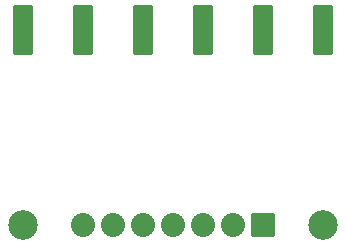
<source format=gbr>
%TF.GenerationSoftware,KiCad,Pcbnew,8.99.0-unknown-7774a43762~178~ubuntu22.04.1*%
%TF.CreationDate,2024-05-27T17:10:49+05:30*%
%TF.ProjectId,Adafruit Si5351A,41646166-7275-4697-9420-536935333531,rev?*%
%TF.SameCoordinates,Original*%
%TF.FileFunction,Soldermask,Bot*%
%TF.FilePolarity,Negative*%
%FSLAX46Y46*%
G04 Gerber Fmt 4.6, Leading zero omitted, Abs format (unit mm)*
G04 Created by KiCad (PCBNEW 8.99.0-unknown-7774a43762~178~ubuntu22.04.1) date 2024-05-27 17:10:49*
%MOMM*%
%LPD*%
G01*
G04 APERTURE LIST*
G04 Aperture macros list*
%AMRoundRect*
0 Rectangle with rounded corners*
0 $1 Rounding radius*
0 $2 $3 $4 $5 $6 $7 $8 $9 X,Y pos of 4 corners*
0 Add a 4 corners polygon primitive as box body*
4,1,4,$2,$3,$4,$5,$6,$7,$8,$9,$2,$3,0*
0 Add four circle primitives for the rounded corners*
1,1,$1+$1,$2,$3*
1,1,$1+$1,$4,$5*
1,1,$1+$1,$6,$7*
1,1,$1+$1,$8,$9*
0 Add four rect primitives between the rounded corners*
20,1,$1+$1,$2,$3,$4,$5,0*
20,1,$1+$1,$4,$5,$6,$7,0*
20,1,$1+$1,$6,$7,$8,$9,0*
20,1,$1+$1,$8,$9,$2,$3,0*%
G04 Aperture macros list end*
%ADD10RoundRect,0.050800X-0.762000X-2.032000X0.762000X-2.032000X0.762000X2.032000X-0.762000X2.032000X0*%
%ADD11C,2.500000*%
%ADD12RoundRect,0.050800X-0.965200X0.965200X-0.965200X-0.965200X0.965200X-0.965200X0.965200X0.965200X0*%
%ADD13C,2.032000*%
G04 APERTURE END LIST*
D10*
%TO.C,X3*%
X161201100Y-96748600D03*
X156121100Y-96748600D03*
%TD*%
D11*
%TO.C,H2*%
X161201100Y-113258600D03*
%TD*%
%TO.C,H1*%
X135801100Y-113258600D03*
%TD*%
D10*
%TO.C,X2*%
X151041100Y-96748600D03*
X145961100Y-96748600D03*
%TD*%
D12*
%TO.C,JP1*%
X156121100Y-113258600D03*
D13*
X153581100Y-113258600D03*
X151041100Y-113258600D03*
X148501100Y-113258600D03*
X145961100Y-113258600D03*
X143421100Y-113258600D03*
X140881100Y-113258600D03*
%TD*%
D10*
%TO.C,X1*%
X140881100Y-96748600D03*
X135801100Y-96748600D03*
%TD*%
M02*

</source>
